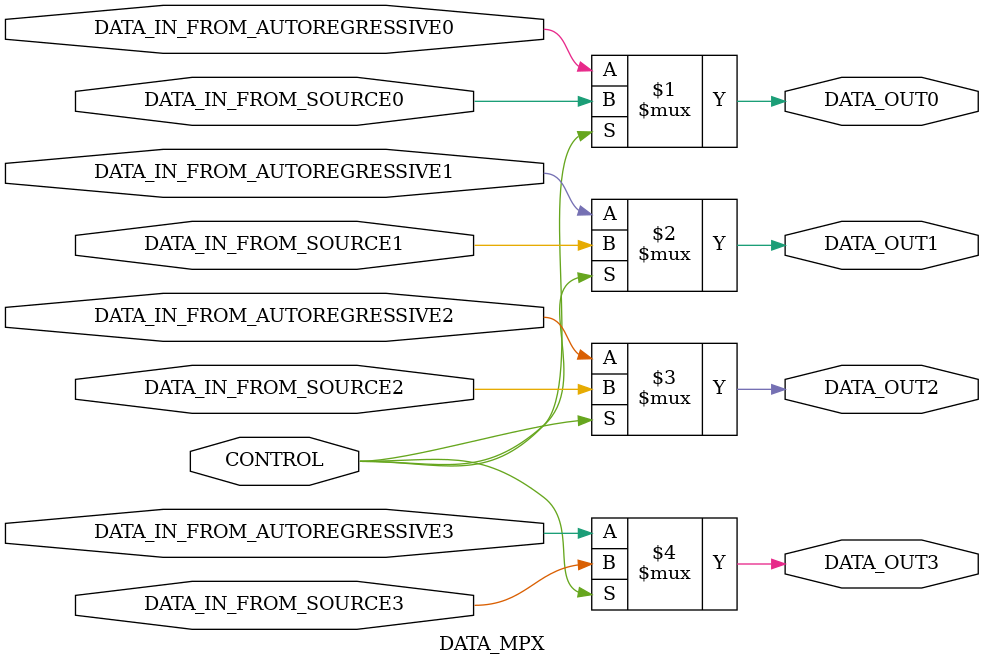
<source format=v>


							
							
							//This encoder operate with generate polynomial:
							//g(x) = x^4 + x^3(alpha^12) + x^2(alpha^4) + x(1) + alpha^6 =
							// = g(x) = x^4 + 15*x^3 + 3*x^2 + x + 12
							
							//Encoder presents information as a sequense of 4-bits groups and run it to the output pins in view:
							
							//		XXXX.XXXX.XXXX.XXXX.XXXX.XXXX.XXXX.XXXX.XXXX.XXXX.XXXX.		XXXX.XXXX.XXXX.XXXX
							//------	USABLE ENCODED INFORMATION	---------------------	   //SERVISE SPECIAL TAIL
							//------any symbol X can be zero or one
module RS_Encoder(start_impulse, clk, Data_in, 
                 Data_out, end_of_work 
                 //uncomment this string and how information overwrites in the inside registers will be shown (+ 2 same commented segments down the code)
                 //									DON`T FORGET REBUILD THE MODULE!!!
                 //,ctrl, regB0_0, regB0_1, regB0_2, regB0_3, regB1_0, regB1_1, regB1_2, regB1_3, regB2_0, regB2_1, regB2_2, regB2_3, regB3_0, regB3_1, regB3_2, regB3_3
                 );

//Start impulse should be given to this node
input start_impulse;

//Input clock should be given to this node
input clk;

//Inform bits from data source should be given to this nodes
input [0:3] Data_in;

//Encoded message should be readed from this nodes
output wire [0:3] Data_out;

//Inform about finish process of coding (impulse)
output wire end_of_work;

//uncomment this section and how information overwrites in the inside registers will be shown (+ 1 same comment segments down the code) 
//DON`T FORGET REBUILD THE MODULE!!!
/*
output wire ctrl;
output wire regB0_0; 
output wire regB0_1; 
output wire regB0_2; 
output wire regB0_3; 
output wire regB1_0; 
output wire regB1_1; 
output wire regB1_2; 
output wire regB1_3; 
output wire regB2_0; 
output wire regB2_1; 
output wire regB2_2; 
output wire regB2_3; 
output wire regB3_0; 
output wire regB3_1; 
output wire regB3_2;
output wire regB3_3;
*/

wire [0:3] Inside_data_bus0;
wire [0:3] Inside_data_bus1;
wire [0:3] Inside_data_bus2;
wire [0:3] Inside_data_bus3;
wire [0:3] Inside_data_bus4;
wire [0:3] Inside_data_bus5;
wire [0:3] Inside_data_bus6;
wire [0:3] Inside_data_bus7;
wire [0:3] Inside_data_bus8;
wire [0:3] Inside_data_bus9;
wire [0:3] Inside_data_bus10;
wire [0:3] Inside_data_bus11;

wire clk_inv;
wire gate_ctrl;
wire ctrl;
//This map description module interconnection 
//between main logic modules of encoder at the top-level
CONTROLLER 			controller				(.END_OF_WORK(end_of_work),			//out 
											 
											 .CLK(clk_inv), 					//in
											 .START_IMPULSE(start_impulse),		//in
											 
											 .CTRL(ctrl),
											 .GATE_CTRL(gate_ctrl)				//out
											 );
											 
//-------------------------------------------------------------------------------											 
CLK_INVERTOR 		clk_invertor			(.CLK_OUT(clk_inv),				//out 
											 .CLK(clk));					//in
//-------------------------------------------------------------------------------	//test
FOUR_BIT_REGISTER	four_bit_reg_1			(.DATA_OUT0(Inside_data_bus1[0]), 
											 .DATA_OUT1(Inside_data_bus1[1]), 
											 .DATA_OUT2(Inside_data_bus1[2]), 
											 .DATA_OUT3(Inside_data_bus1[3]), 
													.DATA_IN0(Inside_data_bus0[0]), 
													.DATA_IN1(Inside_data_bus0[1]), 
													.DATA_IN2(Inside_data_bus0[2]), 
													.DATA_IN3(Inside_data_bus0[3]), 
													.CLK(clk_inv));
//--------------------------------------------------------------------------------													
FOUR_BIT_REGISTER	four_bit_reg_2			(.DATA_OUT0(Inside_data_bus3[0]), 
											 .DATA_OUT1(Inside_data_bus3[1]), 
											 .DATA_OUT2(Inside_data_bus3[2]), 
											 .DATA_OUT3(Inside_data_bus3[3]), 
													.DATA_IN0(Inside_data_bus2[0]), 
													.DATA_IN1(Inside_data_bus2[1]), 
													.DATA_IN2(Inside_data_bus2[2]), 
													.DATA_IN3(Inside_data_bus2[3]), 
													.CLK(clk_inv));
//--------------------------------------------------------------------------------													
FOUR_BIT_REGISTER	four_bit_reg_3			(.DATA_OUT0(Inside_data_bus5[0]), 
											 .DATA_OUT1(Inside_data_bus5[1]), 
											 .DATA_OUT2(Inside_data_bus5[2]), 
											 .DATA_OUT3(Inside_data_bus5[3]), 
													.DATA_IN0(Inside_data_bus4[0]), 
													.DATA_IN1(Inside_data_bus4[1]), 
													.DATA_IN2(Inside_data_bus4[2]), 
													.DATA_IN3(Inside_data_bus4[3]), 
													.CLK(clk_inv));
//--------------------------------------------------------------------------------													
FOUR_BIT_REGISTER	four_bit_reg_4			(.DATA_OUT0(Inside_data_bus7[0]),
											 .DATA_OUT1(Inside_data_bus7[1]), 
											 .DATA_OUT2(Inside_data_bus7[2]), 
											 .DATA_OUT3(Inside_data_bus7[3]), 
													.DATA_IN0(Inside_data_bus6[0]), 
													.DATA_IN1(Inside_data_bus6[1]), 
													.DATA_IN2(Inside_data_bus6[2]), 
													.DATA_IN3(Inside_data_bus6[3]), 
													.CLK(clk_inv));
//--------------------------------------------------------------------------------													
GALUA_ADDER			Galua_adder_1			(.RESULT0(Inside_data_bus2[0]), 
											 .RESULT1(Inside_data_bus2[1]), 
											 .RESULT2(Inside_data_bus2[2]), 
											 .RESULT3(Inside_data_bus2[3]), 
													.NUMBER_A0(Inside_data_bus11[0]), 
													.NUMBER_A1(Inside_data_bus11[1]), 
													.NUMBER_A2(Inside_data_bus11[2]), 
													.NUMBER_A3(Inside_data_bus11[3]), 
															.NUMBER_B0(Inside_data_bus1[0]), 
															.NUMBER_B1(Inside_data_bus1[1]), 
															.NUMBER_B2(Inside_data_bus1[2]), 
															.NUMBER_B3(Inside_data_bus1[3]));
//----------------------------------------------------------------------------------															
GALUA_ADDER			Galua_adder_2			(.RESULT0(Inside_data_bus4[0]), 
											 .RESULT1(Inside_data_bus4[1]), 
											 .RESULT2(Inside_data_bus4[2]), 
											 .RESULT3(Inside_data_bus4[3]), 
													.NUMBER_A0(Inside_data_bus10[0]), 
													.NUMBER_A1(Inside_data_bus10[1]), 
													.NUMBER_A2(Inside_data_bus10[2]), 
													.NUMBER_A3(Inside_data_bus10[3]), 
															.NUMBER_B0(Inside_data_bus3[0]), 
															.NUMBER_B1(Inside_data_bus3[1]), 
															.NUMBER_B2(Inside_data_bus3[2]), 
															.NUMBER_B3(Inside_data_bus3[3]));
//-----------------------------------------------------------------------------------															
GALUA_ADDER			Galua_adder_3			(.RESULT0(Inside_data_bus6[0]), 
											 .RESULT1(Inside_data_bus6[1]), 
											 .RESULT2(Inside_data_bus6[2]), 
											 .RESULT3(Inside_data_bus6[3]), 
													.NUMBER_A0(Inside_data_bus9[0]), 
													.NUMBER_A1(Inside_data_bus9[1]), 
													.NUMBER_A2(Inside_data_bus9[2]), 
													.NUMBER_A3(Inside_data_bus9[3]), 
															.NUMBER_B0(Inside_data_bus5[0]), 
															.NUMBER_B1(Inside_data_bus5[1]), 
															.NUMBER_B2(Inside_data_bus5[2]), 
															.NUMBER_B3(Inside_data_bus5[3]));
//-----------------------------------------------------------------------------------															
GALUA_ADDER			Galua_adder_4			(.RESULT0(Inside_data_bus8[0]), 
											 .RESULT1(Inside_data_bus8[1]), 
											 .RESULT2(Inside_data_bus8[2]), 
											 .RESULT3(Inside_data_bus8[3]), 
													.NUMBER_A0(Inside_data_bus7[0]), 
													.NUMBER_A1(Inside_data_bus7[1]), 
													.NUMBER_A2(Inside_data_bus7[2]), 
													.NUMBER_A3(Inside_data_bus7[3]), 
															.NUMBER_B0(Data_in[0]), 
															.NUMBER_B1(Data_in[1]), 
															.NUMBER_B2(Data_in[2]), 
															.NUMBER_B3(Data_in[3]));
//------------------------------------------------------------------------------------															
MULTIPLIER_x3 		Multiplier_x3			(.DATA_OUT0(Inside_data_bus10[0]), 
											 .DATA_OUT1(Inside_data_bus10[1]), 
											 .DATA_OUT2(Inside_data_bus10[2]), 
											 .DATA_OUT3(Inside_data_bus10[3]), 
													.DATA_IN0(Inside_data_bus11[0]), 
													.DATA_IN1(Inside_data_bus11[1]), 
													.DATA_IN2(Inside_data_bus11[2]), 
													.DATA_IN3(Inside_data_bus11[3]));
//---------------------------------------------------------------------------------------													
MULTIPLIER_x12		Multiplier_x12			(.DATA_OUT0(Inside_data_bus0[0]), 
											 .DATA_OUT1(Inside_data_bus0[1]), 
											 .DATA_OUT2(Inside_data_bus0[2]), 
											 .DATA_OUT3(Inside_data_bus0[3]), 
													.DATA_IN0(Inside_data_bus11[0]), 
													.DATA_IN1(Inside_data_bus11[1]), 
													.DATA_IN2(Inside_data_bus11[2]), 
													.DATA_IN3(Inside_data_bus11[3]));
//----------------------------------------------------------------------------------------													
MULTIPLIER_x15		Multiplier_x15			(.DATA_OUT0(Inside_data_bus9[0]), 
											 .DATA_OUT1(Inside_data_bus9[1]), 
											 .DATA_OUT2(Inside_data_bus9[2]), 
											 .DATA_OUT3(Inside_data_bus9[3]), 
													.DATA_IN0(Inside_data_bus11[0]), 
													.DATA_IN1(Inside_data_bus11[1]), 
													.DATA_IN2(Inside_data_bus11[2]), 
													.DATA_IN3(Inside_data_bus11[3]));
//----------------------------------------------------------------------------------------													
GATE				Gate			 		(.DATA_OUT0(Inside_data_bus11[0]), 
											 .DATA_OUT1(Inside_data_bus11[1]), 
											 .DATA_OUT2(Inside_data_bus11[2]), 
											 .DATA_OUT3(Inside_data_bus11[3]), 
													.DATA_IN0(Inside_data_bus8[0]), 
													.DATA_IN1(Inside_data_bus8[1]), 
													.DATA_IN2(Inside_data_bus8[2]), 
													.DATA_IN3(Inside_data_bus8[3]), 
													.GATE(gate_ctrl),
													.CLK(clk));
//------------------------------------------------------------------------------------------													
DATA_MPX			DataMultiplexor	 		(.DATA_OUT0(Data_out[0]), 
											 .DATA_OUT1(Data_out[1]), 
											 .DATA_OUT2(Data_out[2]), 
											 .DATA_OUT3(Data_out[3]), 
													.DATA_IN_FROM_AUTOREGRESSIVE0(Inside_data_bus7[0]), 
													.DATA_IN_FROM_AUTOREGRESSIVE1(Inside_data_bus7[1]), 
													.DATA_IN_FROM_AUTOREGRESSIVE2(Inside_data_bus7[2]), 
													.DATA_IN_FROM_AUTOREGRESSIVE3(Inside_data_bus7[3]), 
															.DATA_IN_FROM_SOURCE0(Data_in[0]), 
															.DATA_IN_FROM_SOURCE1(Data_in[1]), 
															.DATA_IN_FROM_SOURCE2(Data_in[2]), 
															.DATA_IN_FROM_SOURCE3(Data_in[3]), 
																	.CONTROL(ctrl));
//--------------------------------------------------------------------------------------------
//uncomment this section and how information overwrites in the inside registers will be shown
//DON`T FORGET REBUILD THE MODULE!!!
/*
assign regB0_0 = Inside_data_bus1[0]; 
assign regB0_1 = Inside_data_bus1[1]; 
assign regB0_2 = Inside_data_bus1[2]; 
assign regB0_3 = Inside_data_bus1[3]; 

assign regB1_0 = Inside_data_bus3[0]; 
assign regB1_1 = Inside_data_bus3[1]; 
assign regB1_2 = Inside_data_bus3[2]; 
assign regB1_3 = Inside_data_bus3[3];
 
assign regB2_0 = Inside_data_bus5[0]; 
assign regB2_1 = Inside_data_bus5[1]; 
assign regB2_2 = Inside_data_bus5[2]; 
assign regB2_3 = Inside_data_bus5[3];
 
assign regB3_0 = Inside_data_bus7[0]; 
assign regB3_1 = Inside_data_bus7[1]; 
assign regB3_2 = Inside_data_bus7[2];
assign regB3_3 = Inside_data_bus7[3];
*/
endmodule


//***********************************************************************************************************************************************************************************
//------------------------------------------------------------------------------------------------------------------------------------------------
//Module that controls process of encoding. While clk`s == 0......11 at the registers "four-bit-reg1",...four-bit-reg4" forming additional tail, that 
//helps to understand is the error was added while information translating from coder`s side to decoder`s side. While clk`s == 11..15 information from
// registers "four-bit-reg1",...four-bit-reg4" adding to main information, translated at clk`s 0 - 11
//------------------------------------------------------------------------------------------------------------------------------------------------
module CONTROLLER(input START_IMPULSE, 
				  input CLK, 
							output reg GATE_CTRL = 1'b1,
							output reg CTRL = 1'b1, 
							output wire END_OF_WORK);

//Service node that forming order to device for waiting next start impulse 
//and tell you about process of message transmission is already finished
// is "output wire END_OF_WORK";

//Service registers
reg start_work = 1'b0;
reg device_in_work = 1'b0;
reg reset_device = 1'b0;
integer i = 0;

always @ (posedge START_IMPULSE or posedge END_OF_WORK)
begin

		if (END_OF_WORK)
		begin
		start_work = 1'b0;
		end
		else
		begin
		start_work = 1'b1;
		end

end


always @ (posedge CLK)
begin
	case (start_work)
	1:
	begin
	device_in_work = 1'b1;
	end
	
	0:
	begin
	device_in_work = 1'b0;		
	end
	
	default:
	begin
	device_in_work = 1'b0;
	end
	endcase
	
	
	if (device_in_work==1'b1)
			begin
					if (i<15)			
					//********************************************************************
					//-------------here is main actions of device-----------------------**
					//******************************************************************** 
					//when clk`s == 0..10 information run to the air directly from data source
					//when clk`s == 11..14 tail concatenate with main message was runned earlier and translate follow it


					begin
								case(i)
								0:
								begin
								CTRL = 1'b1;
								reset_device = 1'b0;
								GATE_CTRL = 1'b1;
								i = i + 1;
								end
								1:
								begin
								i = i + 1;
								end
								2:
								begin
								i = i + 1;
								end
								3:
								begin
								i = i + 1;
								end
								4:
								begin
								i = i + 1;
								end
								5:
								begin
								i = i + 1;
								end
								6:
								begin
								i = i + 1;
								end
								7:
								begin
								i = i + 1;
								end
								8:
								begin
								i = i + 1;
								end
								9:
								begin
								i = i + 1;
								end
								
								10:
								begin
								i = i + 1;
								
								end
								
								11:
								begin
								GATE_CTRL = 1'b0;
								CTRL = 1'b0;
								i = i + 1;
								end
								
								12:
								begin
								i = i + 1;
								end
								
								13:
								begin
								i = i + 1;
								end
								
								14:
								begin
								reset_device = 1'b1;
								i = i + 1;
								end
								

								default://------------put here what will doing this device by default
								begin
								i = 0;
								reset_device = 1'b0;
								GATE_CTRL = 1'b0;
								end
								endcase
					end
					else
					
					begin
					i = 0; 
					device_in_work = 1'b0;
					end
			end
end	

assign END_OF_WORK = device_in_work && reset_device;
endmodule

//------------------------------------------------------------------------------------------------------------------------------------------------
// in the case if the clk in input node has high logic level, the clk in the output node has low logic level and back;
//------------------------------------------------------------------------------------------------------------------------------------------------
module CLK_INVERTOR(input CLK, output CLK_OUT);
assign CLK_OUT = ~CLK;
endmodule
//------------------------------------------------------------------------------------------------------------------------------------------------
//4 - bit register....
//------------------------------------------------------------------------------------------------------------------------------------------------
module FOUR_BIT_REGISTER(input DATA_IN0, 
						 input DATA_IN1, 
						 input DATA_IN2, 
						 input DATA_IN3, 
						 input CLK,
							output reg DATA_OUT0, 
							output reg DATA_OUT1, 
							output reg DATA_OUT2, 
							output reg DATA_OUT3);

always @ (posedge CLK)
begin
DATA_OUT0 = DATA_IN0;
DATA_OUT1 = DATA_IN1;
DATA_OUT2 = DATA_IN2;
DATA_OUT3 = DATA_IN3;
end

endmodule
//------------------------------------------------------------------------------------------------------------------------------------------------
// Galua field`s summary is logical operation named XOR
//------------------------------------------------------------------------------------------------------------------------------------------------
module GALUA_ADDER (input NUMBER_A0, 
					input NUMBER_A1,
					input NUMBER_A2,
					input NUMBER_A3,
						input NUMBER_B0,
						input NUMBER_B1,
						input NUMBER_B2,
						input NUMBER_B3,
							output RESULT0,
							output RESULT1,
							output RESULT2,
							output RESULT3);
assign RESULT0 = NUMBER_A0 ^ NUMBER_B0;			
assign RESULT1 = NUMBER_A1 ^ NUMBER_B1;
assign RESULT2 = NUMBER_A2 ^ NUMBER_B2;
assign RESULT3 = NUMBER_A3 ^ NUMBER_B3;
endmodule
//------------------------------------------------------------------------------------------------------------------------------------------------
//--Galua field multipliers can be discribed as a combinatorial schemes (see special theory)
//------------------------------------------------------------------------------------------------------------------------------------------------
module MULTIPLIER_x3(input DATA_IN0,
					 input DATA_IN1,
					 input DATA_IN2,
					 input DATA_IN3,
						output DATA_OUT0,
						output DATA_OUT1,
						output DATA_OUT2,
						output DATA_OUT3);
assign DATA_OUT0 = DATA_IN0 ^ DATA_IN3;
assign DATA_OUT1 = DATA_IN0 ^ DATA_IN1 ^ DATA_IN3;
assign DATA_OUT2 = DATA_IN1 ^ DATA_IN2;
assign DATA_OUT3 = DATA_IN2 ^ DATA_IN3;
endmodule
//------------------------------------------------------------------------------------------------------------------------------------------------
//--Galua field multipliers can be discribed as a combinatorial schemes (see special theory)
//------------------------------------------------------------------------------------------------------------------------------------------------
module MULTIPLIER_x12(input DATA_IN0,
					 input DATA_IN1,
					 input DATA_IN2,
					 input DATA_IN3,
						output DATA_OUT0,
						output DATA_OUT1,
						output DATA_OUT2,
						output DATA_OUT3);
assign DATA_OUT0 = DATA_IN1 ^ DATA_IN2;
assign DATA_OUT1 = DATA_IN1 ^ DATA_IN3;
assign DATA_OUT2 = DATA_IN0 ^ DATA_IN2;
assign DATA_OUT3 = DATA_IN0 ^ DATA_IN1 ^ DATA_IN3;
endmodule
//------------------------------------------------------------------------------------------------------------------------------------------------
//--Galua field multipliers can be discribed as a combinatorial schemes (see special theory)
//------------------------------------------------------------------------------------------------------------------------------------------------
module MULTIPLIER_x15(input DATA_IN0,
					  input DATA_IN1,
					  input DATA_IN2,
					  input DATA_IN3,
						output DATA_OUT0,
						output DATA_OUT1,
						output DATA_OUT2,
						output DATA_OUT3);
assign DATA_OUT0 = DATA_IN0^DATA_IN1^DATA_IN2^DATA_IN3;
assign DATA_OUT1 = DATA_IN0;
assign DATA_OUT2 = DATA_IN0^DATA_IN1;
assign DATA_OUT3 = DATA_IN0^DATA_IN1^DATA_IN2;
endmodule
//------------------------------------------------------------------------------------------------------------------------------------------------
//------------------------------------------------------------------------------------------------------------------------------------------------
module GATE(input DATA_IN0,
			input DATA_IN1,
			input DATA_IN2,
			input DATA_IN3,
				input CLK, 
				input GATE,
					output reg DATA_OUT0,
					output reg DATA_OUT1,
					output reg DATA_OUT2,
					output reg DATA_OUT3);


always @ (posedge CLK)

	case (GATE)
	1'b1:
	begin
		DATA_OUT0 = DATA_IN0; 
		DATA_OUT1 = DATA_IN1;
		DATA_OUT2 = DATA_IN2;
		DATA_OUT3 = DATA_IN3;  
	end		
	1'b0:	
	begin	
		DATA_OUT0 = 1'b0; 
		DATA_OUT1 = 1'b0;
		DATA_OUT2 = 1'b0;
		DATA_OUT3 = 1'b0;
	end
	default:
	begin
		DATA_OUT0 = 1'b0; 
		DATA_OUT1 = 1'b0;
		DATA_OUT2 = 1'b0;
		DATA_OUT3 = 1'b0;
	end
	endcase
endmodule
//------------------------------------------------------------------------------------------------------------------------------------------------
//Simple multiplexor
//------------------------------------------------------------------------------------------------------------------------------------------------
module DATA_MPX(input DATA_IN_FROM_AUTOREGRESSIVE0,
					   input DATA_IN_FROM_AUTOREGRESSIVE1,
					   input DATA_IN_FROM_AUTOREGRESSIVE2,
					   input DATA_IN_FROM_AUTOREGRESSIVE3,
							input DATA_IN_FROM_SOURCE0,
							input DATA_IN_FROM_SOURCE1,
							input DATA_IN_FROM_SOURCE2,
							input DATA_IN_FROM_SOURCE3,
								input CONTROL,
										output DATA_OUT0,
										output DATA_OUT1,
										output DATA_OUT2,
										output DATA_OUT3);
										
assign DATA_OUT0 = CONTROL ? DATA_IN_FROM_SOURCE0 : DATA_IN_FROM_AUTOREGRESSIVE0;
assign DATA_OUT1 = CONTROL ? DATA_IN_FROM_SOURCE1 : DATA_IN_FROM_AUTOREGRESSIVE1;
assign DATA_OUT2 = CONTROL ? DATA_IN_FROM_SOURCE2 : DATA_IN_FROM_AUTOREGRESSIVE2;
assign DATA_OUT3 = CONTROL ? DATA_IN_FROM_SOURCE3 : DATA_IN_FROM_AUTOREGRESSIVE3;
endmodule

</source>
